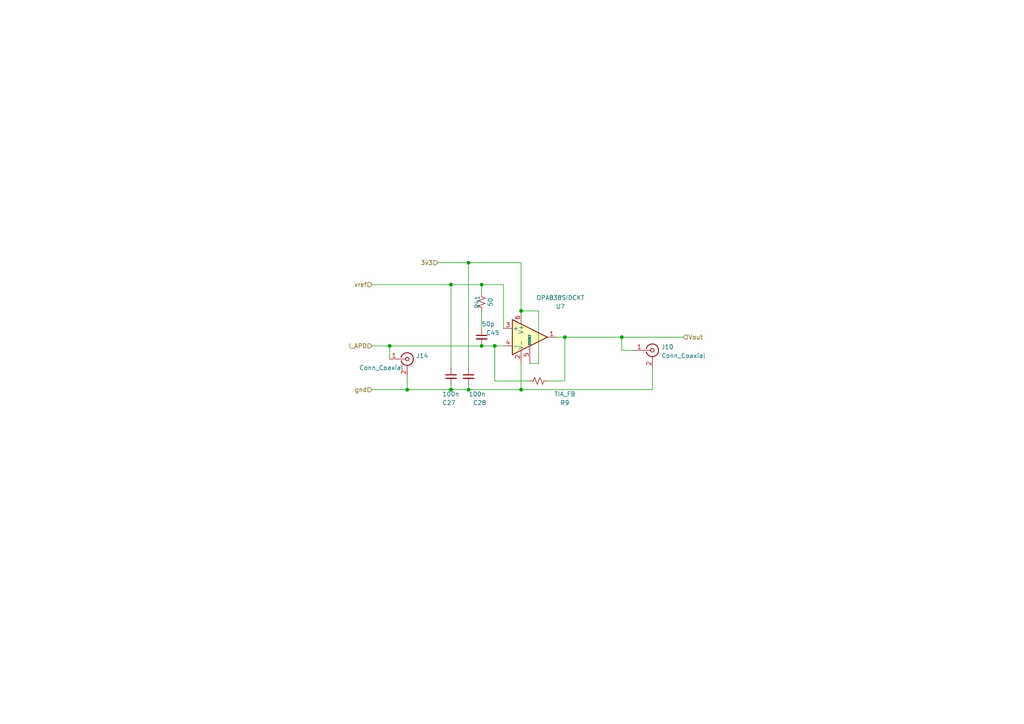
<source format=kicad_sch>
(kicad_sch (version 20211123) (generator eeschema)

  (uuid 850ffad2-d63e-4dca-9db0-6e2624d14693)

  (paper "A4")

  (lib_symbols
    (symbol "Amplifier_Operational:ADA4807-1" (pin_names (offset 0.127)) (in_bom yes) (on_board yes)
      (property "Reference" "U" (id 0) (at 1.27 3.81 0)
        (effects (font (size 1.27 1.27)) (justify left))
      )
      (property "Value" "ADA4807-1" (id 1) (at 1.27 -3.81 0)
        (effects (font (size 1.27 1.27)) (justify left))
      )
      (property "Footprint" "" (id 2) (at 0 -6.35 0)
        (effects (font (size 1.27 1.27)) hide)
      )
      (property "Datasheet" "https://www.analog.com/media/en/technical-documentation/data-sheets/ADA4807-1_4807-2_4807-4.pdf" (id 3) (at 0 -8.89 0)
        (effects (font (size 1.27 1.27)) (justify left) hide)
      )
      (property "ki_keywords" "single opamp" (id 4) (at 0 0 0)
        (effects (font (size 1.27 1.27)) hide)
      )
      (property "ki_description" "Single Rail-to-Rail Input/Output Amplifiers, with disable, SC-70-6/SOT-23-6" (id 5) (at 0 0 0)
        (effects (font (size 1.27 1.27)) hide)
      )
      (property "ki_fp_filters" "*SC*70* SOT?23*" (id 6) (at 0 0 0)
        (effects (font (size 1.27 1.27)) hide)
      )
      (symbol "ADA4807-1_0_1"
        (polyline
          (pts
            (xy -5.08 5.08)
            (xy 5.08 0)
            (xy -5.08 -5.08)
            (xy -5.08 5.08)
          )
          (stroke (width 0.254) (type default) (color 0 0 0 0))
          (fill (type background))
        )
      )
      (symbol "ADA4807-1_1_1"
        (pin output line (at 7.62 0 180) (length 2.54)
          (name "~" (effects (font (size 1.27 1.27))))
          (number "1" (effects (font (size 1.27 1.27))))
        )
        (pin power_in line (at -2.54 -7.62 90) (length 3.81)
          (name "V-" (effects (font (size 1.27 1.27))))
          (number "2" (effects (font (size 1.27 1.27))))
        )
        (pin input line (at -7.62 2.54 0) (length 2.54)
          (name "+" (effects (font (size 1.27 1.27))))
          (number "3" (effects (font (size 1.27 1.27))))
        )
        (pin input line (at -7.62 -2.54 0) (length 2.54)
          (name "-" (effects (font (size 1.27 1.27))))
          (number "4" (effects (font (size 1.27 1.27))))
        )
        (pin input line (at 0 -7.62 90) (length 5.08)
          (name "~{DISABLE}" (effects (font (size 0.508 0.508))))
          (number "5" (effects (font (size 1.27 1.27))))
        )
        (pin power_in line (at -2.54 7.62 270) (length 3.81)
          (name "V+" (effects (font (size 1.27 1.27))))
          (number "6" (effects (font (size 1.27 1.27))))
        )
      )
    )
    (symbol "Connector:Conn_Coaxial" (pin_names (offset 1.016) hide) (in_bom yes) (on_board yes)
      (property "Reference" "J" (id 0) (at 0.254 3.048 0)
        (effects (font (size 1.27 1.27)))
      )
      (property "Value" "Conn_Coaxial" (id 1) (at 2.921 0 90)
        (effects (font (size 1.27 1.27)))
      )
      (property "Footprint" "" (id 2) (at 0 0 0)
        (effects (font (size 1.27 1.27)) hide)
      )
      (property "Datasheet" " ~" (id 3) (at 0 0 0)
        (effects (font (size 1.27 1.27)) hide)
      )
      (property "ki_keywords" "BNC SMA SMB SMC LEMO coaxial connector CINCH RCA" (id 4) (at 0 0 0)
        (effects (font (size 1.27 1.27)) hide)
      )
      (property "ki_description" "coaxial connector (BNC, SMA, SMB, SMC, Cinch/RCA, LEMO, ...)" (id 5) (at 0 0 0)
        (effects (font (size 1.27 1.27)) hide)
      )
      (property "ki_fp_filters" "*BNC* *SMA* *SMB* *SMC* *Cinch* *LEMO*" (id 6) (at 0 0 0)
        (effects (font (size 1.27 1.27)) hide)
      )
      (symbol "Conn_Coaxial_0_1"
        (arc (start -1.778 -0.508) (mid 0.2311 -1.8066) (end 1.778 0)
          (stroke (width 0.254) (type default) (color 0 0 0 0))
          (fill (type none))
        )
        (polyline
          (pts
            (xy -2.54 0)
            (xy -0.508 0)
          )
          (stroke (width 0) (type default) (color 0 0 0 0))
          (fill (type none))
        )
        (polyline
          (pts
            (xy 0 -2.54)
            (xy 0 -1.778)
          )
          (stroke (width 0) (type default) (color 0 0 0 0))
          (fill (type none))
        )
        (circle (center 0 0) (radius 0.508)
          (stroke (width 0.2032) (type default) (color 0 0 0 0))
          (fill (type none))
        )
        (arc (start 1.778 0) (mid 0.2099 1.8101) (end -1.778 0.508)
          (stroke (width 0.254) (type default) (color 0 0 0 0))
          (fill (type none))
        )
      )
      (symbol "Conn_Coaxial_1_1"
        (pin passive line (at -5.08 0 0) (length 2.54)
          (name "In" (effects (font (size 1.27 1.27))))
          (number "1" (effects (font (size 1.27 1.27))))
        )
        (pin passive line (at 0 -5.08 90) (length 2.54)
          (name "Ext" (effects (font (size 1.27 1.27))))
          (number "2" (effects (font (size 1.27 1.27))))
        )
      )
    )
    (symbol "Device:C_Small" (pin_numbers hide) (pin_names (offset 0.254) hide) (in_bom yes) (on_board yes)
      (property "Reference" "C" (id 0) (at 0.254 1.778 0)
        (effects (font (size 1.27 1.27)) (justify left))
      )
      (property "Value" "C_Small" (id 1) (at 0.254 -2.032 0)
        (effects (font (size 1.27 1.27)) (justify left))
      )
      (property "Footprint" "" (id 2) (at 0 0 0)
        (effects (font (size 1.27 1.27)) hide)
      )
      (property "Datasheet" "~" (id 3) (at 0 0 0)
        (effects (font (size 1.27 1.27)) hide)
      )
      (property "ki_keywords" "capacitor cap" (id 4) (at 0 0 0)
        (effects (font (size 1.27 1.27)) hide)
      )
      (property "ki_description" "Unpolarized capacitor, small symbol" (id 5) (at 0 0 0)
        (effects (font (size 1.27 1.27)) hide)
      )
      (property "ki_fp_filters" "C_*" (id 6) (at 0 0 0)
        (effects (font (size 1.27 1.27)) hide)
      )
      (symbol "C_Small_0_1"
        (polyline
          (pts
            (xy -1.524 -0.508)
            (xy 1.524 -0.508)
          )
          (stroke (width 0.3302) (type default) (color 0 0 0 0))
          (fill (type none))
        )
        (polyline
          (pts
            (xy -1.524 0.508)
            (xy 1.524 0.508)
          )
          (stroke (width 0.3048) (type default) (color 0 0 0 0))
          (fill (type none))
        )
      )
      (symbol "C_Small_1_1"
        (pin passive line (at 0 2.54 270) (length 2.032)
          (name "~" (effects (font (size 1.27 1.27))))
          (number "1" (effects (font (size 1.27 1.27))))
        )
        (pin passive line (at 0 -2.54 90) (length 2.032)
          (name "~" (effects (font (size 1.27 1.27))))
          (number "2" (effects (font (size 1.27 1.27))))
        )
      )
    )
    (symbol "Device:R_Small_US" (pin_numbers hide) (pin_names (offset 0.254) hide) (in_bom yes) (on_board yes)
      (property "Reference" "R" (id 0) (at 0.762 0.508 0)
        (effects (font (size 1.27 1.27)) (justify left))
      )
      (property "Value" "R_Small_US" (id 1) (at 0.762 -1.016 0)
        (effects (font (size 1.27 1.27)) (justify left))
      )
      (property "Footprint" "" (id 2) (at 0 0 0)
        (effects (font (size 1.27 1.27)) hide)
      )
      (property "Datasheet" "~" (id 3) (at 0 0 0)
        (effects (font (size 1.27 1.27)) hide)
      )
      (property "ki_keywords" "r resistor" (id 4) (at 0 0 0)
        (effects (font (size 1.27 1.27)) hide)
      )
      (property "ki_description" "Resistor, small US symbol" (id 5) (at 0 0 0)
        (effects (font (size 1.27 1.27)) hide)
      )
      (property "ki_fp_filters" "R_*" (id 6) (at 0 0 0)
        (effects (font (size 1.27 1.27)) hide)
      )
      (symbol "R_Small_US_1_1"
        (polyline
          (pts
            (xy 0 0)
            (xy 1.016 -0.381)
            (xy 0 -0.762)
            (xy -1.016 -1.143)
            (xy 0 -1.524)
          )
          (stroke (width 0) (type default) (color 0 0 0 0))
          (fill (type none))
        )
        (polyline
          (pts
            (xy 0 1.524)
            (xy 1.016 1.143)
            (xy 0 0.762)
            (xy -1.016 0.381)
            (xy 0 0)
          )
          (stroke (width 0) (type default) (color 0 0 0 0))
          (fill (type none))
        )
        (pin passive line (at 0 2.54 270) (length 1.016)
          (name "~" (effects (font (size 1.27 1.27))))
          (number "1" (effects (font (size 1.27 1.27))))
        )
        (pin passive line (at 0 -2.54 90) (length 1.016)
          (name "~" (effects (font (size 1.27 1.27))))
          (number "2" (effects (font (size 1.27 1.27))))
        )
      )
    )
  )

  (junction (at 118.11 113.03) (diameter 0) (color 0 0 0 0)
    (uuid 1e12e8b7-1e32-4e58-b11c-b1e6b18a50ac)
  )
  (junction (at 135.89 113.03) (diameter 0) (color 0 0 0 0)
    (uuid 2b9ac8bb-b2ef-4d12-a89a-d7f6a4deff89)
  )
  (junction (at 151.13 90.17) (diameter 0) (color 0 0 0 0)
    (uuid 30d01942-6870-429f-bbc7-9e4ca548c5c9)
  )
  (junction (at 139.7 100.33) (diameter 0) (color 0 0 0 0)
    (uuid 3f327f3e-9c88-4ce8-98c5-a0eb1864f527)
  )
  (junction (at 135.89 76.2) (diameter 0) (color 0 0 0 0)
    (uuid 53b14fd1-879a-41ad-baa1-67e390332177)
  )
  (junction (at 130.81 113.03) (diameter 0) (color 0 0 0 0)
    (uuid 556c6881-1118-4ba8-a9ff-789cf9a95687)
  )
  (junction (at 113.03 100.33) (diameter 0) (color 0 0 0 0)
    (uuid 563690b9-b843-486b-a909-76ad8cbcbc67)
  )
  (junction (at 143.51 100.33) (diameter 0) (color 0 0 0 0)
    (uuid a48f48fc-81dc-4051-a096-88641ad8095c)
  )
  (junction (at 151.13 113.03) (diameter 0) (color 0 0 0 0)
    (uuid bd3e856c-a857-4684-81f2-e675c7c53c5e)
  )
  (junction (at 130.81 82.55) (diameter 0) (color 0 0 0 0)
    (uuid be926295-a959-4f67-b02f-5b3ed16f164d)
  )
  (junction (at 180.34 97.79) (diameter 0) (color 0 0 0 0)
    (uuid c8a69ea3-2734-458a-8d25-ca41438dd5eb)
  )
  (junction (at 139.7 82.55) (diameter 0) (color 0 0 0 0)
    (uuid dfd9bc4b-51b5-453e-8586-9413909f0499)
  )
  (junction (at 163.83 97.79) (diameter 0) (color 0 0 0 0)
    (uuid ffec3452-9e4c-402e-9a59-69dd397db06f)
  )

  (wire (pts (xy 163.83 97.79) (xy 180.34 97.79))
    (stroke (width 0) (type default) (color 0 0 0 0))
    (uuid 033155ca-efd4-4934-b7a7-0b2169a50f37)
  )
  (wire (pts (xy 127 76.2) (xy 135.89 76.2))
    (stroke (width 0) (type default) (color 0 0 0 0))
    (uuid 0919c1c7-9fdb-45e5-9538-654fe1620aab)
  )
  (wire (pts (xy 118.11 109.22) (xy 118.11 113.03))
    (stroke (width 0) (type default) (color 0 0 0 0))
    (uuid 13f7634f-9bb1-4ad6-8e5a-c354899cf10a)
  )
  (wire (pts (xy 146.05 82.55) (xy 146.05 95.25))
    (stroke (width 0) (type default) (color 0 0 0 0))
    (uuid 1842fdd5-ce8e-4359-9673-4dc81f1aa52c)
  )
  (wire (pts (xy 151.13 105.41) (xy 151.13 113.03))
    (stroke (width 0) (type default) (color 0 0 0 0))
    (uuid 19567b3e-683d-48e8-ae08-3243067a2c2f)
  )
  (wire (pts (xy 113.03 100.33) (xy 139.7 100.33))
    (stroke (width 0) (type default) (color 0 0 0 0))
    (uuid 1e720a17-55f1-465e-abdd-be29c39b4763)
  )
  (wire (pts (xy 135.89 113.03) (xy 130.81 113.03))
    (stroke (width 0) (type default) (color 0 0 0 0))
    (uuid 21f9fd69-9bb1-463a-96ef-e2ad5cdcaa6c)
  )
  (wire (pts (xy 189.23 113.03) (xy 151.13 113.03))
    (stroke (width 0) (type default) (color 0 0 0 0))
    (uuid 26e07774-c2ac-4843-bcbd-7065e9b42cf7)
  )
  (wire (pts (xy 153.67 110.49) (xy 143.51 110.49))
    (stroke (width 0) (type default) (color 0 0 0 0))
    (uuid 3954f423-b786-471d-9dfb-27a5cc37a0a6)
  )
  (wire (pts (xy 151.13 113.03) (xy 135.89 113.03))
    (stroke (width 0) (type default) (color 0 0 0 0))
    (uuid 39af36bb-ff71-4708-9414-837255499dc5)
  )
  (wire (pts (xy 107.95 113.03) (xy 118.11 113.03))
    (stroke (width 0) (type default) (color 0 0 0 0))
    (uuid 3ba5f95a-3958-4227-823f-a9a9bd652db5)
  )
  (wire (pts (xy 139.7 90.17) (xy 139.7 95.25))
    (stroke (width 0) (type default) (color 0 0 0 0))
    (uuid 4448d7e9-c20c-4211-890e-e9caf11189fc)
  )
  (wire (pts (xy 139.7 82.55) (xy 146.05 82.55))
    (stroke (width 0) (type default) (color 0 0 0 0))
    (uuid 4b15564a-7af2-464f-bae5-b29d4bfb60f0)
  )
  (wire (pts (xy 107.95 82.55) (xy 130.81 82.55))
    (stroke (width 0) (type default) (color 0 0 0 0))
    (uuid 4d56ed3a-0d20-49ae-ba71-12ca36a3eeb7)
  )
  (wire (pts (xy 139.7 100.33) (xy 143.51 100.33))
    (stroke (width 0) (type default) (color 0 0 0 0))
    (uuid 4dfcd94b-440e-45d8-ba61-e0e18e3022c5)
  )
  (wire (pts (xy 156.21 90.17) (xy 151.13 90.17))
    (stroke (width 0) (type default) (color 0 0 0 0))
    (uuid 500e2473-3bc1-46cb-835d-f8e87e98cf99)
  )
  (wire (pts (xy 153.67 105.41) (xy 156.21 105.41))
    (stroke (width 0) (type default) (color 0 0 0 0))
    (uuid 5ae271cd-7abf-4ad6-993d-4d1f5e5d7551)
  )
  (wire (pts (xy 130.81 82.55) (xy 130.81 106.68))
    (stroke (width 0) (type default) (color 0 0 0 0))
    (uuid 6b74a168-5d7b-4d08-9a76-51b743083749)
  )
  (wire (pts (xy 156.21 105.41) (xy 156.21 90.17))
    (stroke (width 0) (type default) (color 0 0 0 0))
    (uuid 71d31ec0-d498-4944-9a49-db7a46d50c19)
  )
  (wire (pts (xy 143.51 100.33) (xy 146.05 100.33))
    (stroke (width 0) (type default) (color 0 0 0 0))
    (uuid 896f4657-f42f-4d04-aefd-2a0b33a5b453)
  )
  (wire (pts (xy 118.11 113.03) (xy 130.81 113.03))
    (stroke (width 0) (type default) (color 0 0 0 0))
    (uuid 8f2ecf18-6d55-40b2-b62a-6df653b02c8d)
  )
  (wire (pts (xy 189.23 106.68) (xy 189.23 113.03))
    (stroke (width 0) (type default) (color 0 0 0 0))
    (uuid 93695d4c-ecf6-4383-9349-2917a9b60dac)
  )
  (wire (pts (xy 130.81 113.03) (xy 130.81 111.76))
    (stroke (width 0) (type default) (color 0 0 0 0))
    (uuid 9ba1cdc8-1a44-45d8-af29-47fd8c45aa17)
  )
  (wire (pts (xy 113.03 100.33) (xy 113.03 104.14))
    (stroke (width 0) (type default) (color 0 0 0 0))
    (uuid a287bf97-1adb-460a-9ae1-8337329e9f1f)
  )
  (wire (pts (xy 107.95 100.33) (xy 113.03 100.33))
    (stroke (width 0) (type default) (color 0 0 0 0))
    (uuid af5360d6-8780-48b2-b308-763197580c02)
  )
  (wire (pts (xy 151.13 76.2) (xy 151.13 90.17))
    (stroke (width 0) (type default) (color 0 0 0 0))
    (uuid aff9b715-004b-496b-b7a5-8a3d352dea1a)
  )
  (wire (pts (xy 135.89 76.2) (xy 151.13 76.2))
    (stroke (width 0) (type default) (color 0 0 0 0))
    (uuid b993f1e1-6ce3-4d4a-90a7-631d6ca6854b)
  )
  (wire (pts (xy 184.15 101.6) (xy 180.34 101.6))
    (stroke (width 0) (type default) (color 0 0 0 0))
    (uuid bff01f7d-b175-4a40-b933-7b473bcb9140)
  )
  (wire (pts (xy 135.89 113.03) (xy 135.89 111.76))
    (stroke (width 0) (type default) (color 0 0 0 0))
    (uuid c11f1ae8-9738-4be8-8006-d9f70c9e3658)
  )
  (wire (pts (xy 180.34 101.6) (xy 180.34 97.79))
    (stroke (width 0) (type default) (color 0 0 0 0))
    (uuid cf1963d9-43d8-44e4-bc34-9eae3177e316)
  )
  (wire (pts (xy 180.34 97.79) (xy 198.12 97.79))
    (stroke (width 0) (type default) (color 0 0 0 0))
    (uuid d24ca0bf-74ba-4baf-b6c0-80d015898986)
  )
  (wire (pts (xy 163.83 110.49) (xy 163.83 97.79))
    (stroke (width 0) (type default) (color 0 0 0 0))
    (uuid d8157c76-0e33-4f01-9eac-87eca9e8e38f)
  )
  (wire (pts (xy 143.51 110.49) (xy 143.51 100.33))
    (stroke (width 0) (type default) (color 0 0 0 0))
    (uuid dd036acd-7e6a-4f02-b188-05054236029f)
  )
  (wire (pts (xy 135.89 106.68) (xy 135.89 76.2))
    (stroke (width 0) (type default) (color 0 0 0 0))
    (uuid f2871b8d-ac96-4eee-9521-060d0624043c)
  )
  (wire (pts (xy 139.7 82.55) (xy 139.7 85.09))
    (stroke (width 0) (type default) (color 0 0 0 0))
    (uuid f9e838f9-76c7-4474-bc4e-2e2ff8ad7863)
  )
  (wire (pts (xy 158.75 110.49) (xy 163.83 110.49))
    (stroke (width 0) (type default) (color 0 0 0 0))
    (uuid fb635d95-7100-4c05-a33e-7d995a9dd129)
  )
  (wire (pts (xy 163.83 97.79) (xy 161.29 97.79))
    (stroke (width 0) (type default) (color 0 0 0 0))
    (uuid fccc01e5-d61a-43ef-b8e2-3dbb39fe3b65)
  )
  (wire (pts (xy 130.81 82.55) (xy 139.7 82.55))
    (stroke (width 0) (type default) (color 0 0 0 0))
    (uuid fda8228a-8a20-4eb0-8380-bb8101d167f0)
  )

  (hierarchical_label "3v3" (shape input) (at 127 76.2 180)
    (effects (font (size 1.27 1.27)) (justify right))
    (uuid 3022579f-b1a2-487e-814c-db193073aa97)
  )
  (hierarchical_label "I_APD" (shape input) (at 107.95 100.33 180)
    (effects (font (size 1.27 1.27)) (justify right))
    (uuid 7423b3cc-e15e-4308-94d5-09dab905d6e5)
  )
  (hierarchical_label "gnd" (shape input) (at 107.95 113.03 180)
    (effects (font (size 1.27 1.27)) (justify right))
    (uuid 85006e30-d950-4ee6-90dd-a1b0b97ad914)
  )
  (hierarchical_label "Vout" (shape input) (at 198.12 97.79 0)
    (effects (font (size 1.27 1.27)) (justify left))
    (uuid a40bdb44-50bd-4265-b232-c3345af30508)
  )
  (hierarchical_label "vref" (shape input) (at 107.95 82.55 180)
    (effects (font (size 1.27 1.27)) (justify right))
    (uuid f99601f5-abdc-494c-aba9-76db1fe40599)
  )

  (symbol (lib_id "Device:R_Small_US") (at 139.7 87.63 180) (unit 1)
    (in_bom yes) (on_board yes)
    (uuid 006298e6-c55d-4bf1-9a6c-ab4d493ab1ee)
    (property "Reference" "R41" (id 0) (at 138.43 87.63 90))
    (property "Value" "50" (id 1) (at 142.24 87.63 90))
    (property "Footprint" "Resistor_SMD:R_0603_1608Metric_Pad0.98x0.95mm_HandSolder" (id 2) (at 139.7 87.63 0)
      (effects (font (size 1.27 1.27)) hide)
    )
    (property "Datasheet" "~" (id 3) (at 139.7 87.63 0)
      (effects (font (size 1.27 1.27)) hide)
    )
    (pin "1" (uuid 1cd0e66a-1483-4c0a-9ae4-bba9c34e7841))
    (pin "2" (uuid 5c75db1f-baf9-4f55-8768-2cfbd4235f4a))
  )

  (symbol (lib_id "Connector:Conn_Coaxial") (at 189.23 101.6 0) (unit 1)
    (in_bom yes) (on_board yes) (fields_autoplaced)
    (uuid 5a57af9b-c245-4249-88f8-36bbaddb0fe6)
    (property "Reference" "J10" (id 0) (at 191.77 100.6231 0)
      (effects (font (size 1.27 1.27)) (justify left))
    )
    (property "Value" "Conn_Coaxial" (id 1) (at 191.77 103.1631 0)
      (effects (font (size 1.27 1.27)) (justify left))
    )
    (property "Footprint" "Connector_Coaxial:SMA_Amphenol_901-144_Vertical" (id 2) (at 189.23 101.6 0)
      (effects (font (size 1.27 1.27)) hide)
    )
    (property "Datasheet" " ~" (id 3) (at 189.23 101.6 0)
      (effects (font (size 1.27 1.27)) hide)
    )
    (pin "1" (uuid 2f7420e6-fcdd-427f-abf3-8c4bf37c3f24))
    (pin "2" (uuid 90a2b102-fc87-4ca8-a0ca-1ed2c46837f3))
  )

  (symbol (lib_id "Device:R_Small_US") (at 156.21 110.49 90) (unit 1)
    (in_bom yes) (on_board yes)
    (uuid 682d5db4-e756-4510-9849-aca6de3105dd)
    (property "Reference" "R9" (id 0) (at 163.83 116.84 90))
    (property "Value" "TIA_FB" (id 1) (at 163.83 114.3 90))
    (property "Footprint" "Resistor_SMD:R_0603_1608Metric_Pad0.98x0.95mm_HandSolder" (id 2) (at 156.21 110.49 0)
      (effects (font (size 1.27 1.27)) hide)
    )
    (property "Datasheet" "~" (id 3) (at 156.21 110.49 0)
      (effects (font (size 1.27 1.27)) hide)
    )
    (pin "1" (uuid 6f689530-7c9d-4083-8bfe-ea5ae16dcadf))
    (pin "2" (uuid d9c83c48-9c91-4a6e-a3c1-ff68a7431299))
  )

  (symbol (lib_id "Device:C_Small") (at 130.81 109.22 0) (unit 1)
    (in_bom yes) (on_board yes)
    (uuid 72c31dc3-f808-47b0-af85-ff82ce88630f)
    (property "Reference" "C27" (id 0) (at 128.27 116.84 0)
      (effects (font (size 1.27 1.27)) (justify left))
    )
    (property "Value" "100n" (id 1) (at 128.27 114.3 0)
      (effects (font (size 1.27 1.27)) (justify left))
    )
    (property "Footprint" "Capacitor_SMD:C_0603_1608Metric_Pad1.08x0.95mm_HandSolder" (id 2) (at 130.81 109.22 0)
      (effects (font (size 1.27 1.27)) hide)
    )
    (property "Datasheet" "~" (id 3) (at 130.81 109.22 0)
      (effects (font (size 1.27 1.27)) hide)
    )
    (pin "1" (uuid 7db65a31-4e52-4c88-b75a-74e955510e3f))
    (pin "2" (uuid 9a1949c9-461d-4b2b-8420-a741226e4ba8))
  )

  (symbol (lib_id "Device:C_Small") (at 135.89 109.22 0) (unit 1)
    (in_bom yes) (on_board yes)
    (uuid b90f9b59-73de-462a-bdab-b3be7172436c)
    (property "Reference" "C28" (id 0) (at 137.16 116.84 0)
      (effects (font (size 1.27 1.27)) (justify left))
    )
    (property "Value" "100n" (id 1) (at 135.89 114.3 0)
      (effects (font (size 1.27 1.27)) (justify left))
    )
    (property "Footprint" "Capacitor_SMD:C_0603_1608Metric_Pad1.08x0.95mm_HandSolder" (id 2) (at 135.89 109.22 0)
      (effects (font (size 1.27 1.27)) hide)
    )
    (property "Datasheet" "~" (id 3) (at 135.89 109.22 0)
      (effects (font (size 1.27 1.27)) hide)
    )
    (pin "1" (uuid 25408238-ce25-4d5c-b875-67761a06d43b))
    (pin "2" (uuid 164f0c53-7533-44c9-b21a-154bf8953476))
  )

  (symbol (lib_id "Connector:Conn_Coaxial") (at 118.11 104.14 0) (unit 1)
    (in_bom yes) (on_board yes)
    (uuid d012f9cb-57fb-46ca-9bd8-3b824c194f7a)
    (property "Reference" "J14" (id 0) (at 120.65 103.1631 0)
      (effects (font (size 1.27 1.27)) (justify left))
    )
    (property "Value" "Conn_Coaxial" (id 1) (at 104.14 106.68 0)
      (effects (font (size 1.27 1.27)) (justify left))
    )
    (property "Footprint" "Connector_Coaxial:SMA_Amphenol_901-144_Vertical" (id 2) (at 118.11 104.14 0)
      (effects (font (size 1.27 1.27)) hide)
    )
    (property "Datasheet" " ~" (id 3) (at 118.11 104.14 0)
      (effects (font (size 1.27 1.27)) hide)
    )
    (pin "1" (uuid c3be3889-9913-411c-9948-172372d6574f))
    (pin "2" (uuid 3dbd2bf0-65d3-4475-a9dc-e402c1fdf765))
  )

  (symbol (lib_id "Amplifier_Operational:ADA4807-1") (at 153.67 97.79 0) (unit 1)
    (in_bom yes) (on_board yes)
    (uuid d9ad94bb-34f0-4f1a-8524-bdaeaee863fb)
    (property "Reference" "U7" (id 0) (at 162.56 88.9 0))
    (property "Value" "OPA838SIDCKT" (id 1) (at 162.56 86.36 0))
    (property "Footprint" "Package_TO_SOT_SMD:SOT-363_SC-70-6_Handsoldering" (id 2) (at 153.67 104.14 0)
      (effects (font (size 1.27 1.27)) hide)
    )
    (property "Datasheet" "https://www.analog.com/media/en/technical-documentation/data-sheets/ADA4807-1_4807-2_4807-4.pdf" (id 3) (at 153.67 106.68 0)
      (effects (font (size 1.27 1.27)) (justify left) hide)
    )
    (pin "1" (uuid 7739676f-74a4-4276-8300-a92486fee4dc))
    (pin "2" (uuid 68749e4e-c6fe-41eb-af3a-29aeb0706aa3))
    (pin "3" (uuid e78a0281-86b2-4c0d-817d-12bc27d269bb))
    (pin "4" (uuid 6ca7e4a5-7bde-4f72-a85f-5d11aea31a8e))
    (pin "5" (uuid d87da4fe-21f0-4657-8205-602e9208abb8))
    (pin "6" (uuid 0574e075-2594-4438-bbc0-8c8fc583653d))
  )

  (symbol (lib_id "Device:C_Small") (at 139.7 97.79 0) (unit 1)
    (in_bom yes) (on_board yes)
    (uuid e93cfa98-2de9-4deb-a531-a821b57b4db1)
    (property "Reference" "C45" (id 0) (at 140.97 96.52 0)
      (effects (font (size 1.27 1.27)) (justify left))
    )
    (property "Value" "50p" (id 1) (at 139.7 93.98 0)
      (effects (font (size 1.27 1.27)) (justify left))
    )
    (property "Footprint" "Capacitor_SMD:C_0603_1608Metric_Pad1.08x0.95mm_HandSolder" (id 2) (at 139.7 97.79 0)
      (effects (font (size 1.27 1.27)) hide)
    )
    (property "Datasheet" "~" (id 3) (at 139.7 97.79 0)
      (effects (font (size 1.27 1.27)) hide)
    )
    (pin "1" (uuid 1eaf04fa-ddb7-4fbc-92eb-5febad5685e2))
    (pin "2" (uuid 62d76403-e4f7-42a9-bd44-22a0e03a7fc1))
  )
)

</source>
